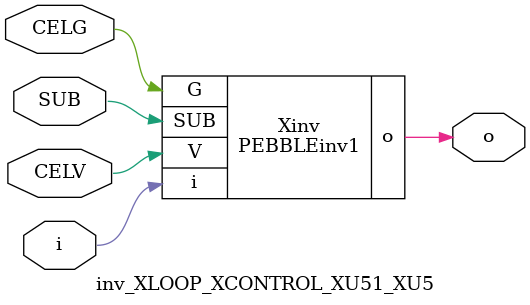
<source format=v>



module PEBBLEinv1 ( o, G, SUB, V, i );

  input V;
  input i;
  input G;
  output o;
  input SUB;
endmodule

//Celera Confidential Do Not Copy inv_XLOOP_XCONTROL_XU51_XU5
//Celera Confidential Symbol Generator
//5V Inverter
module inv_XLOOP_XCONTROL_XU51_XU5 (CELV,CELG,i,o,SUB);
input CELV;
input CELG;
input i;
input SUB;
output o;

//Celera Confidential Do Not Copy inv
PEBBLEinv1 Xinv(
.V (CELV),
.i (i),
.o (o),
.SUB (SUB),
.G (CELG)
);
//,diesize,PEBBLEinv1

//Celera Confidential Do Not Copy Module End
//Celera Schematic Generator
endmodule

</source>
